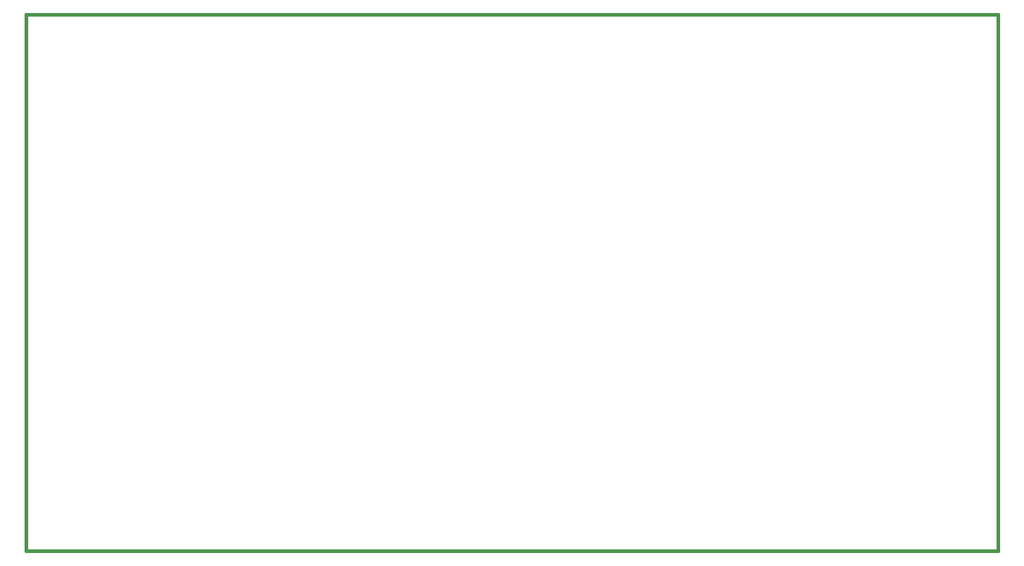
<source format=gbr>
G04 (created by PCBNEW-RS274X (2011-nov-30)-testing) date Thu 30 Aug 2012 11:44:27 AM PDT*
%MOIN*%
G04 Gerber Fmt 3.4, Leading zero omitted, Abs format*
%FSLAX34Y34*%
G01*
G70*
G90*
G04 APERTURE LIST*
%ADD10C,0.006*%
%ADD11C,0.015*%
G04 APERTURE END LIST*
G54D10*
G54D11*
X24220Y-58880D02*
X24220Y-34120D01*
X69020Y-58880D02*
X24220Y-58880D01*
X69020Y-34120D02*
X69020Y-58880D01*
X24220Y-34120D02*
X69020Y-34120D01*
M02*

</source>
